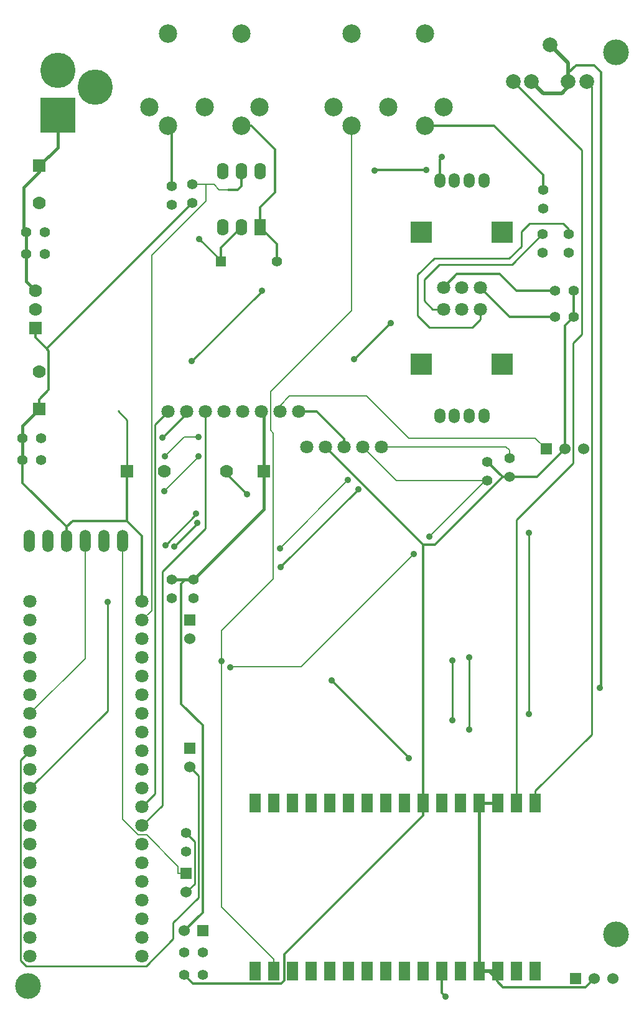
<source format=gtl>
G04 (created by PCBNEW (2013-07-07 BZR 4022)-stable) date 25/05/2015 14:38:35*
%MOIN*%
G04 Gerber Fmt 3.4, Leading zero omitted, Abs format*
%FSLAX34Y34*%
G01*
G70*
G90*
G04 APERTURE LIST*
%ADD10C,0.00590551*%
%ADD11C,0.07*%
%ADD12R,0.07X0.07*%
%ADD13R,0.0590551X0.1*%
%ADD14O,0.0590551X0.0787402*%
%ADD15C,0.0708661*%
%ADD16R,0.11811X0.11811*%
%ADD17C,0.055*%
%ADD18R,0.06X0.06*%
%ADD19C,0.06*%
%ADD20R,0.062X0.09*%
%ADD21O,0.062X0.09*%
%ADD22R,0.055X0.055*%
%ADD23C,0.0984252*%
%ADD24C,0.189*%
%ADD25R,0.189X0.189*%
%ADD26C,0.0787402*%
%ADD27O,0.0593X0.1187*%
%ADD28C,0.137795*%
%ADD29C,0.035*%
%ADD30C,0.015*%
%ADD31C,0.012*%
%ADD32C,0.01*%
%ADD33C,0.008*%
%ADD34C,0.019*%
G04 APERTURE END LIST*
G54D10*
G54D11*
X107086Y-48212D03*
X107086Y-49212D03*
G54D12*
X107086Y-50212D03*
G54D13*
X133858Y-84645D03*
X132858Y-84645D03*
X131858Y-84645D03*
X130858Y-84645D03*
X129858Y-84645D03*
X128858Y-84645D03*
X127858Y-84645D03*
X126858Y-84645D03*
X125858Y-84645D03*
X124858Y-84645D03*
X123858Y-84645D03*
X122858Y-84645D03*
X121858Y-84645D03*
X120858Y-84645D03*
X119858Y-84645D03*
X118858Y-84645D03*
X118858Y-75645D03*
X119858Y-75645D03*
X120858Y-75645D03*
X121858Y-75645D03*
X122858Y-75645D03*
X123858Y-75645D03*
X124858Y-75645D03*
X125858Y-75645D03*
X126858Y-75645D03*
X127858Y-75645D03*
X128858Y-75645D03*
X129858Y-75645D03*
X130858Y-75645D03*
X131858Y-75645D03*
X132858Y-75645D03*
X133858Y-75645D03*
G54D14*
X129526Y-54909D03*
X130313Y-54909D03*
X131101Y-54909D03*
X128738Y-54909D03*
G54D15*
X129920Y-49201D03*
X130904Y-49201D03*
X128935Y-49201D03*
G54D16*
X132085Y-52153D03*
X127754Y-52153D03*
G54D14*
X130314Y-42322D03*
X129527Y-42322D03*
X128740Y-42322D03*
X131102Y-42322D03*
G54D15*
X129921Y-48031D03*
X128937Y-48031D03*
X130905Y-48031D03*
G54D16*
X127755Y-45078D03*
X132086Y-45078D03*
G54D17*
X132479Y-58179D03*
X132479Y-57179D03*
X131294Y-57370D03*
X131294Y-58370D03*
X134294Y-43829D03*
X134294Y-42829D03*
X134251Y-46169D03*
X134251Y-45169D03*
X114370Y-42610D03*
X114370Y-43610D03*
X135659Y-46179D03*
X135659Y-45179D03*
X115485Y-43520D03*
X115485Y-42520D03*
X135909Y-49609D03*
X134909Y-49609D03*
X135909Y-48225D03*
X134909Y-48225D03*
G54D18*
X134433Y-56692D03*
G54D19*
X135433Y-56692D03*
X136433Y-56692D03*
G54D18*
X136007Y-85039D03*
G54D19*
X137007Y-85039D03*
X138007Y-85039D03*
G54D18*
X116051Y-82480D03*
G54D19*
X115051Y-82480D03*
G54D18*
X115354Y-65838D03*
G54D19*
X115354Y-66838D03*
G54D18*
X115354Y-72728D03*
G54D19*
X115354Y-73728D03*
G54D20*
X119110Y-44807D03*
G54D21*
X118110Y-44807D03*
X117110Y-44807D03*
X117110Y-41807D03*
X118110Y-41807D03*
X119110Y-41807D03*
G54D22*
X117003Y-46653D03*
G54D17*
X120003Y-46653D03*
G54D12*
X107283Y-41519D03*
G54D11*
X107283Y-43519D03*
G54D12*
X107283Y-54543D03*
G54D11*
X107283Y-52543D03*
G54D12*
X119307Y-57874D03*
G54D11*
X117307Y-57874D03*
G54D12*
X111992Y-57874D03*
G54D11*
X113992Y-57874D03*
G54D17*
X114370Y-63673D03*
X114370Y-64673D03*
X115551Y-63673D03*
X115551Y-64673D03*
X115051Y-84842D03*
X116051Y-84842D03*
X115051Y-83661D03*
X116051Y-83661D03*
X106389Y-56102D03*
X107389Y-56102D03*
X106389Y-57283D03*
X107389Y-57283D03*
X106586Y-46259D03*
X107586Y-46259D03*
X106586Y-45078D03*
X107586Y-45078D03*
G54D15*
X112795Y-83858D03*
X112795Y-82858D03*
X112795Y-81858D03*
X112795Y-80858D03*
X112795Y-79858D03*
X112795Y-78858D03*
X112795Y-77858D03*
X112795Y-76858D03*
X112795Y-75858D03*
X112795Y-74858D03*
X112795Y-73858D03*
X112795Y-72858D03*
X112795Y-71858D03*
X112795Y-70858D03*
X112795Y-69858D03*
X112795Y-68858D03*
X112795Y-67858D03*
X112795Y-66858D03*
X112795Y-65858D03*
X112795Y-64858D03*
X106795Y-64858D03*
X106795Y-65858D03*
X106795Y-66858D03*
X106795Y-67858D03*
X106795Y-68858D03*
X106795Y-69858D03*
X106795Y-70858D03*
X106795Y-71858D03*
X106795Y-72858D03*
X106795Y-73858D03*
X106795Y-74858D03*
X106795Y-75858D03*
X106795Y-76858D03*
X106795Y-77858D03*
X106795Y-78858D03*
X106795Y-79858D03*
X106795Y-80858D03*
X106795Y-81858D03*
X106795Y-82858D03*
X106795Y-83858D03*
X114173Y-54692D03*
X115173Y-54692D03*
X116173Y-54692D03*
X117173Y-54692D03*
X118173Y-54692D03*
X119173Y-54692D03*
X120173Y-54692D03*
X121173Y-54692D03*
G54D23*
X116141Y-38385D03*
X119094Y-38385D03*
X113188Y-38385D03*
X114173Y-34448D03*
X118110Y-34448D03*
X114173Y-39370D03*
X118110Y-39370D03*
X125984Y-38385D03*
X128937Y-38385D03*
X123031Y-38385D03*
X124015Y-34448D03*
X127952Y-34448D03*
X124015Y-39370D03*
X127952Y-39370D03*
G54D24*
X108267Y-36417D03*
G54D25*
X108267Y-38817D03*
G54D24*
X110267Y-37317D03*
G54D26*
X133661Y-37007D03*
X135629Y-37007D03*
X132677Y-37007D03*
X136614Y-37007D03*
X134645Y-35039D03*
G54D27*
X106751Y-61614D03*
X107751Y-61614D03*
X108751Y-61614D03*
X109751Y-61614D03*
X110751Y-61614D03*
X111751Y-61614D03*
G54D18*
X115157Y-79421D03*
G54D19*
X115157Y-80421D03*
G54D17*
X115157Y-78255D03*
X115157Y-77255D03*
G54D15*
X121598Y-56570D03*
X122598Y-56570D03*
X123598Y-56570D03*
X124598Y-56570D03*
X125598Y-56570D03*
G54D28*
X138188Y-35433D03*
X138188Y-82677D03*
X106692Y-85433D03*
G54D29*
X128000Y-41760D03*
X125240Y-41780D03*
X113877Y-56082D03*
X133500Y-61180D03*
X133508Y-70871D03*
X119200Y-48200D03*
X115460Y-51980D03*
X115688Y-60157D03*
X114035Y-61850D03*
X126100Y-49940D03*
X124140Y-51880D03*
X110941Y-64880D03*
X130320Y-67840D03*
X130300Y-71720D03*
X129400Y-71220D03*
X129412Y-68012D03*
X115748Y-60649D03*
X114507Y-61929D03*
X124370Y-58833D03*
X120216Y-63011D03*
X117052Y-68042D03*
X115807Y-56062D03*
X114015Y-57086D03*
X117500Y-68366D03*
X127342Y-62322D03*
X128169Y-61397D03*
X115807Y-57086D03*
X113976Y-58937D03*
X123818Y-58346D03*
X120177Y-62007D03*
X127080Y-73240D03*
X122940Y-69080D03*
X137322Y-69488D03*
X128860Y-41060D03*
X118420Y-59120D03*
X129060Y-86000D03*
X115859Y-45450D03*
G54D30*
X119307Y-54825D02*
X119173Y-54692D01*
X119307Y-57874D02*
X119307Y-54825D01*
X119307Y-59917D02*
X115551Y-63673D01*
X119307Y-57874D02*
X119307Y-59917D01*
X115551Y-63673D02*
X115123Y-63673D01*
X115123Y-63673D02*
X114370Y-63673D01*
G54D31*
X116031Y-81500D02*
X115051Y-82480D01*
X116031Y-71494D02*
X116031Y-81500D01*
X114894Y-70357D02*
X116031Y-71494D01*
X114894Y-63902D02*
X114894Y-70357D01*
X115123Y-63673D02*
X114894Y-63902D01*
X125260Y-41760D02*
X128000Y-41760D01*
X125240Y-41780D02*
X125260Y-41760D01*
G54D32*
X111992Y-55142D02*
X111500Y-54650D01*
X111992Y-57874D02*
X111992Y-55142D01*
G54D30*
X106389Y-55437D02*
X107283Y-54543D01*
X106389Y-56102D02*
X106389Y-55437D01*
G54D31*
X107283Y-54543D02*
X107283Y-54033D01*
X107086Y-50212D02*
X107086Y-50722D01*
X111992Y-57874D02*
X111992Y-58384D01*
X122598Y-56570D02*
X127858Y-61829D01*
X135909Y-48225D02*
X135909Y-49609D01*
X135433Y-50086D02*
X135433Y-56692D01*
X135909Y-49609D02*
X135433Y-50086D01*
X133946Y-58179D02*
X135433Y-56692D01*
X132479Y-58179D02*
X133946Y-58179D01*
X127858Y-61829D02*
X127858Y-75645D01*
X115526Y-85318D02*
X115051Y-84842D01*
X120245Y-85318D02*
X115526Y-85318D01*
X120402Y-85161D02*
X120245Y-85318D01*
X120402Y-83761D02*
X120402Y-85161D01*
X127858Y-76305D02*
X120402Y-83761D01*
X127858Y-75645D02*
X127858Y-76305D01*
X128469Y-61829D02*
X132112Y-58187D01*
X127858Y-61829D02*
X128469Y-61829D01*
X132112Y-58187D02*
X132112Y-58187D01*
X132472Y-58187D02*
X132112Y-58187D01*
X132479Y-58179D02*
X132472Y-58187D01*
X132112Y-58187D02*
X131294Y-57370D01*
G54D30*
X106389Y-57283D02*
X106389Y-56102D01*
G54D31*
X106389Y-58498D02*
X108751Y-60860D01*
X106389Y-57283D02*
X106389Y-58498D01*
X108751Y-61614D02*
X108751Y-60915D01*
X108751Y-60915D02*
X108751Y-60860D01*
X111992Y-60541D02*
X111992Y-58384D01*
X109070Y-60541D02*
X111992Y-60541D01*
X108751Y-60860D02*
X109070Y-60541D01*
X112795Y-61345D02*
X112795Y-64858D01*
X111992Y-60541D02*
X112795Y-61345D01*
X107684Y-51320D02*
X115485Y-43520D01*
X107797Y-51433D02*
X107684Y-51320D01*
X107797Y-53519D02*
X107797Y-51433D01*
X107283Y-54033D02*
X107797Y-53519D01*
X107684Y-51320D02*
X107086Y-50722D01*
G54D32*
X115173Y-54787D02*
X115173Y-54692D01*
X113877Y-56082D02*
X115173Y-54787D01*
X116173Y-60944D02*
X116173Y-54692D01*
X113874Y-63244D02*
X116173Y-60944D01*
X113874Y-75779D02*
X113874Y-63244D01*
X112795Y-76858D02*
X113874Y-75779D01*
G54D33*
X133860Y-56120D02*
X134433Y-56692D01*
X127085Y-56120D02*
X133860Y-56120D01*
X124829Y-53864D02*
X127085Y-56120D01*
X120690Y-53864D02*
X124829Y-53864D01*
X120173Y-54381D02*
X120690Y-53864D01*
X120173Y-54692D02*
X120173Y-54381D01*
G54D32*
X133500Y-70862D02*
X133500Y-61180D01*
X133508Y-70871D02*
X133500Y-70862D01*
G54D31*
X129648Y-47320D02*
X128937Y-48031D01*
X131959Y-47320D02*
X129648Y-47320D01*
X132864Y-48225D02*
X131959Y-47320D01*
X134909Y-48225D02*
X132864Y-48225D01*
X132483Y-49609D02*
X130905Y-48031D01*
X134909Y-49609D02*
X132483Y-49609D01*
G54D32*
X119200Y-48240D02*
X119200Y-48200D01*
X115460Y-51980D02*
X119200Y-48240D01*
X115688Y-60196D02*
X115688Y-60157D01*
X114035Y-61850D02*
X115688Y-60196D01*
X126080Y-49940D02*
X126100Y-49940D01*
X124140Y-51880D02*
X126080Y-49940D01*
X110941Y-70712D02*
X110941Y-64880D01*
X106795Y-74858D02*
X110941Y-70712D01*
X130320Y-71700D02*
X130320Y-67840D01*
X130300Y-71720D02*
X130320Y-71700D01*
X129400Y-68025D02*
X129400Y-71220D01*
X129412Y-68012D02*
X129400Y-68025D01*
X135659Y-44900D02*
X135659Y-45179D01*
X135359Y-44600D02*
X135659Y-44900D01*
X133550Y-44600D02*
X135359Y-44600D01*
X133100Y-45050D02*
X133550Y-44600D01*
X133100Y-45835D02*
X133100Y-45050D01*
X132450Y-46485D02*
X133100Y-45835D01*
X128440Y-46485D02*
X132450Y-46485D01*
X127559Y-47364D02*
X128440Y-46485D01*
X127559Y-49540D02*
X127559Y-47364D01*
X128190Y-50170D02*
X127559Y-49540D01*
X130470Y-50170D02*
X128190Y-50170D01*
X130904Y-49735D02*
X130470Y-50170D01*
X130904Y-49201D02*
X130904Y-49735D01*
X128935Y-49201D02*
X128361Y-49201D01*
X134230Y-45169D02*
X134251Y-45169D01*
X132600Y-46800D02*
X134230Y-45169D01*
X128720Y-46800D02*
X132600Y-46800D01*
X127920Y-47600D02*
X128720Y-46800D01*
X127920Y-48760D02*
X127920Y-47600D01*
X128361Y-49201D02*
X127920Y-48760D01*
X115748Y-60688D02*
X115748Y-60649D01*
X114507Y-61929D02*
X115748Y-60688D01*
X120216Y-62986D02*
X120216Y-63011D01*
X120216Y-62986D02*
X124370Y-58833D01*
X136352Y-40683D02*
X132677Y-37007D01*
X136352Y-50551D02*
X136352Y-40683D01*
X135897Y-51006D02*
X136352Y-50551D01*
X135897Y-57439D02*
X135897Y-51006D01*
X132858Y-60478D02*
X135897Y-57439D01*
X132858Y-75645D02*
X132858Y-60478D01*
G54D31*
X118110Y-42599D02*
X118110Y-41807D01*
X117900Y-42809D02*
X118110Y-42599D01*
X117420Y-42809D02*
X117900Y-42809D01*
G54D33*
X115485Y-42520D02*
X116222Y-42520D01*
X116925Y-42809D02*
X117420Y-42809D01*
X116635Y-42520D02*
X116925Y-42809D01*
X116222Y-42520D02*
X116635Y-42520D01*
X113300Y-65352D02*
X112795Y-65858D01*
X113300Y-46329D02*
X113300Y-65352D01*
X116222Y-43407D02*
X113300Y-46329D01*
X116222Y-42520D02*
X116222Y-43407D01*
X117052Y-81200D02*
X119858Y-84005D01*
X117052Y-68042D02*
X117052Y-81200D01*
X119858Y-84645D02*
X119858Y-84005D01*
X117052Y-66422D02*
X117052Y-68042D01*
X119817Y-63658D02*
X117052Y-66422D01*
X119817Y-55837D02*
X119817Y-63658D01*
X119673Y-55693D02*
X119817Y-55837D01*
X119673Y-53610D02*
X119673Y-55693D01*
X124015Y-49267D02*
X119673Y-53610D01*
X124015Y-39370D02*
X124015Y-49267D01*
X115039Y-56062D02*
X115807Y-56062D01*
X114015Y-57086D02*
X115039Y-56062D01*
X114717Y-79036D02*
X114717Y-79421D01*
X113039Y-77358D02*
X114717Y-79036D01*
X112589Y-77358D02*
X113039Y-77358D01*
X111751Y-76520D02*
X112589Y-77358D01*
X111751Y-61614D02*
X111751Y-76520D01*
X115157Y-79421D02*
X114717Y-79421D01*
X109751Y-67901D02*
X106795Y-70858D01*
X109751Y-61614D02*
X109751Y-67901D01*
G54D32*
X136883Y-71970D02*
X133858Y-74995D01*
X136883Y-37277D02*
X136883Y-71970D01*
X136614Y-37007D02*
X136883Y-37277D01*
X133858Y-75645D02*
X133858Y-74995D01*
X113491Y-75162D02*
X112795Y-75858D01*
X113491Y-55374D02*
X113491Y-75162D01*
X114173Y-54692D02*
X113491Y-55374D01*
G54D33*
X131294Y-58370D02*
X131196Y-58370D01*
X117519Y-68346D02*
X117500Y-68366D01*
X121318Y-68346D02*
X117519Y-68346D01*
X127342Y-62322D02*
X121318Y-68346D01*
X131196Y-58370D02*
X128169Y-61397D01*
X131299Y-58374D02*
X131290Y-58374D01*
G54D32*
X131290Y-58374D02*
X131294Y-58370D01*
G54D33*
X126402Y-58374D02*
X124598Y-56570D01*
X131290Y-58374D02*
X126402Y-58374D01*
X115807Y-57106D02*
X115807Y-57086D01*
X113976Y-58937D02*
X115807Y-57106D01*
X123730Y-58454D02*
X123730Y-58435D01*
X123730Y-58435D02*
X123818Y-58346D01*
X120177Y-62007D02*
X123730Y-58454D01*
X132480Y-57177D02*
X132480Y-56968D01*
X132290Y-56570D02*
X125598Y-56570D01*
X132480Y-56760D02*
X132290Y-56570D01*
X132480Y-56968D02*
X132480Y-56760D01*
G54D32*
X132479Y-56969D02*
X132479Y-57179D01*
X132480Y-56968D02*
X132479Y-56969D01*
X127080Y-73220D02*
X127080Y-73240D01*
X122940Y-69080D02*
X127080Y-73220D01*
G54D31*
X135629Y-36555D02*
X135629Y-37007D01*
X136043Y-36141D02*
X135629Y-36555D01*
X137007Y-36141D02*
X136043Y-36141D01*
X137381Y-36515D02*
X137007Y-36141D01*
X137381Y-69429D02*
X137381Y-36515D01*
X137322Y-69488D02*
X137381Y-69429D01*
G54D30*
X130858Y-84645D02*
X130858Y-75645D01*
X130858Y-75645D02*
X131858Y-75645D01*
G54D34*
X134293Y-37640D02*
X133661Y-37007D01*
X135629Y-37007D02*
X135629Y-37290D01*
X135629Y-37290D02*
X135279Y-37640D01*
X135279Y-37640D02*
X134293Y-37640D01*
X135629Y-36023D02*
X134645Y-35039D01*
X135629Y-37007D02*
X135629Y-36023D01*
X131858Y-84645D02*
X131358Y-84645D01*
X131358Y-84645D02*
X130858Y-84645D01*
G54D31*
X136547Y-85499D02*
X137007Y-85039D01*
X132103Y-85499D02*
X136547Y-85499D01*
X131799Y-85195D02*
X132103Y-85499D01*
X131799Y-85086D02*
X131799Y-85195D01*
X131358Y-84645D02*
X131799Y-85086D01*
X128740Y-42322D02*
X128740Y-41179D01*
X128740Y-41179D02*
X128860Y-41060D01*
X117307Y-57874D02*
X117307Y-58007D01*
X117307Y-58007D02*
X118420Y-59120D01*
X122152Y-54692D02*
X121173Y-54692D01*
X123598Y-56138D02*
X122152Y-54692D01*
X123598Y-56570D02*
X123598Y-56138D01*
X128858Y-84645D02*
X128858Y-85798D01*
X128858Y-85798D02*
X129060Y-86000D01*
G54D32*
X115807Y-74181D02*
X115354Y-73728D01*
X115807Y-80706D02*
X115807Y-74181D01*
X114453Y-82060D02*
X115807Y-80706D01*
X114453Y-82930D02*
X114453Y-82060D01*
X113017Y-84366D02*
X114453Y-82930D01*
X106569Y-84366D02*
X113017Y-84366D01*
X106288Y-84085D02*
X106569Y-84366D01*
X106288Y-73364D02*
X106288Y-84085D01*
X106795Y-72858D02*
X106288Y-73364D01*
G54D31*
X134294Y-42000D02*
X134294Y-42829D01*
X131664Y-39370D02*
X134294Y-42000D01*
X127952Y-39370D02*
X131664Y-39370D01*
X118640Y-39370D02*
X118110Y-39370D01*
X119920Y-40650D02*
X118640Y-39370D01*
X119920Y-42950D02*
X119920Y-40650D01*
X119110Y-43759D02*
X119920Y-42950D01*
X119110Y-44807D02*
X119110Y-43759D01*
X120003Y-45700D02*
X119110Y-44807D01*
X120003Y-46653D02*
X120003Y-45700D01*
G54D32*
X117003Y-46594D02*
X117003Y-46653D01*
X115859Y-45450D02*
X117003Y-46594D01*
G54D31*
X117003Y-46653D02*
X117003Y-46594D01*
X117003Y-45913D02*
X118110Y-44807D01*
X117003Y-46594D02*
X117003Y-45913D01*
X114370Y-39566D02*
X114173Y-39370D01*
X114370Y-42610D02*
X114370Y-39566D01*
G54D32*
X115607Y-79971D02*
X115157Y-80421D01*
X115607Y-77706D02*
X115607Y-79971D01*
X115157Y-77255D02*
X115607Y-77706D01*
G54D30*
X106586Y-47712D02*
X107086Y-48212D01*
X106586Y-46259D02*
X106586Y-47712D01*
X106586Y-45078D02*
X106586Y-46259D01*
X106456Y-44948D02*
X106586Y-45078D01*
X106456Y-42677D02*
X106456Y-44948D01*
X107283Y-41850D02*
X106456Y-42677D01*
X107283Y-41519D02*
X107283Y-41850D01*
X108267Y-40535D02*
X107283Y-41519D01*
X108267Y-38817D02*
X108267Y-40535D01*
M02*

</source>
